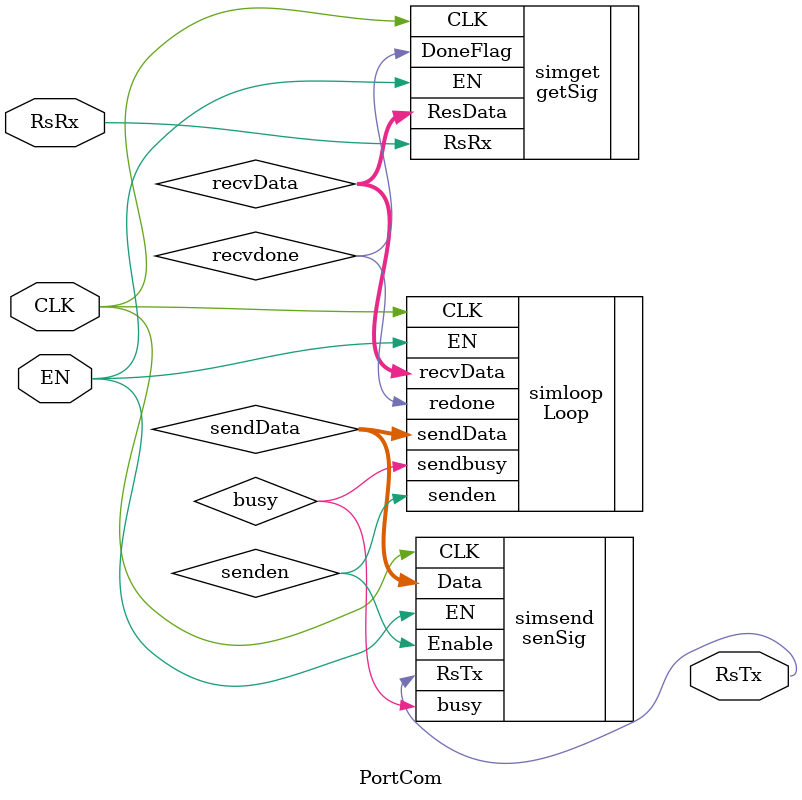
<source format=v>
`timescale 1ns / 1ps


module PortCom(
    input CLK,
    input EN,
    input RsRx,
    output RsTx
    );
    parameter   ClkT = 50000000;//时钟周期频率
    parameter   Potter = 115200;//波特率
    
    wire [7:0] recvData;
    wire [7:0] sendData;
    wire recvdone;
    wire senden;
    wire busy;
    
    getSig #(
    .ClkT(ClkT),
    .Potter(Potter)
    )
    simget(
     .CLK(CLK),
     .EN(EN),
     .RsRx(RsRx),
     .ResData(recvData),
     .DoneFlag(recvdone)
    );
    
     senSig #(
    .ClkT(ClkT),
    .Potter(Potter)
    )
    simsend(
     .CLK(CLK),
     .EN(EN),
     .Data(sendData),
     .Enable(senden),
     .RsTx(RsTx),
     .busy(busy)
    ); 
    
   
    Loop simloop(
     .CLK(CLK),
     .EN(EN),
     .recvData(recvData),
     .redone(recvdone),
     .sendbusy(busy),
     .sendData(sendData),
     .senden(senden)
    ); 
    
    
    endmodule
</source>
